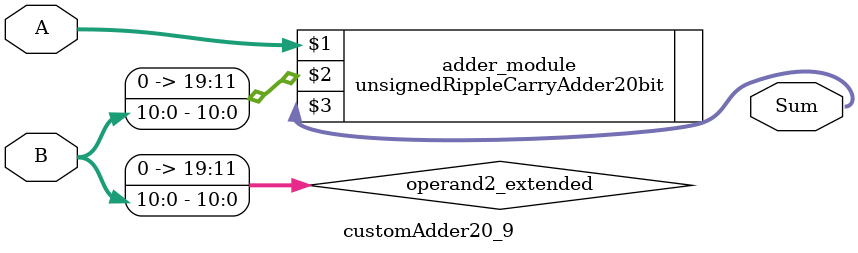
<source format=v>

module customAdder20_9(
                    input [19 : 0] A,
                    input [10 : 0] B,
                    
                    output [20 : 0] Sum
            );

    wire [19 : 0] operand2_extended;
    
    assign operand2_extended =  {9'b0, B};
    
    unsignedRippleCarryAdder20bit adder_module(
        A,
        operand2_extended,
        Sum
    );
    
endmodule
        
</source>
